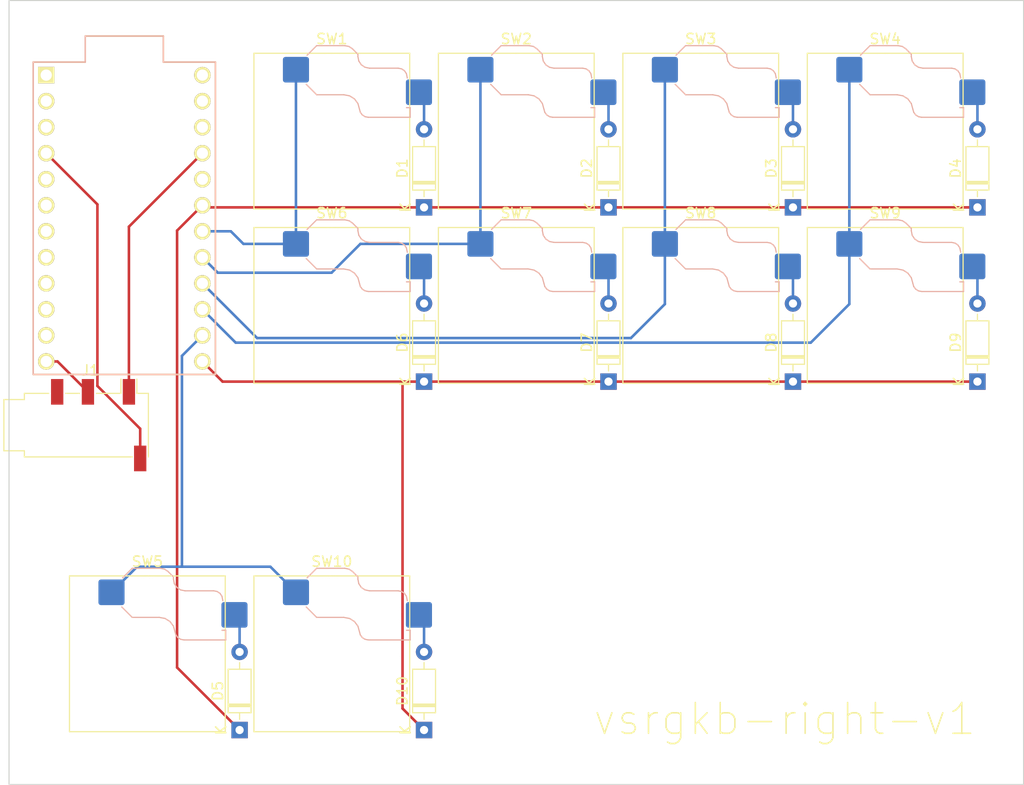
<source format=kicad_pcb>
(kicad_pcb (version 20211014) (generator pcbnew)
  (layers (0 "F.Cu" signal) (31 "B.Cu" signal) (34 "B.Paste" user) (35 "F.Paste" user) (36 "B.SilkS" user "B.Silkscreen") (37 "F.SilkS" user "F.Silkscreen") (38 "B.Mask" user) (39 "F.Mask" user) (44 "Edge.Cuts" user))
  (net 0 "")
  (net 4 "Net-(U1-Pad4)")
  (net 6 "/row1")
  (net 7 "/row2")
  (net 8 "/col1")
  (net 9 "/col2")
  (net 10 "/col3")
  (net 11 "/col4")
  (net 12 "/col5")
  (net 16 "Net-(D10-Pad2)")
  (net 17 "Net-(D9-Pad2)")
  (net 18 "Net-(D8-Pad2)")
  (net 19 "Net-(D7-Pad2)")
  (net 20 "Net-(D6-Pad2)")
  (net 21 "Net-(D3-Pad2)")
  (net 22 "Net-(D2-Pad2)")
  (net 28 "Net-(J1-PadR1)")
  (net 29 "Net-(J1-PadT)")
  (net 31 "Net-(D1-Pad2)")
  (net 32 "Net-(D5-Pad2)")
  (net 33 "Net-(D4-Pad2)")
  (footprint "Diode_THT:D_DO-35_SOD27_P7.62mm_Horizontal" (layer "F.Cu") (at 150.75 79.6875 90)
    (fp_text reference "D9" (at 3.81 -2.12 90) (layer "F.SilkS"))
    (fp_text value "1N4148")
    (fp_text user "K" (at 0 -1.8 90) (layer "F.SilkS"))
    (pad "1" thru_hole rect (at 0 0 90) (size 1.6 1.6) (drill 0.8) (layers *.Cu *.Mask) (net 7 "/row2"))
    (pad "2" thru_hole oval (at 7.62 0 90) (size 1.6 1.6) (drill 0.8) (layers *.Cu *.Mask) (net 17 "Net-(D9-Pad2)"))
  )
  (footprint "Switch_Keyboard_Hotswap_Kailh:SW_Hotswap_Kailh_Choc_V1V2_1.00u" (layer "F.Cu") (at 123.75 72.25)
    (fp_text reference "SW8" (at 0 -9) (layer "F.SilkS"))
    (fp_text value "SW_Push")
    (pad "" np_thru_hole circle locked (at 5 -3.8) (size 3.05 3.05) (drill 3.05) (layers *.Cu *.Mask))
    (pad "" np_thru_hole circle locked (at 5.5 0) (size 1.9 1.9) (drill 1.9) (layers *.Cu *.Mask))
    (pad "" np_thru_hole circle locked (at -5.5 0) (size 1.9 1.9) (drill 1.9) (layers *.Cu *.Mask))
    (pad "" np_thru_hole circle locked (at 0 0) (size 5.05 5.05) (drill 5.05) (layers *.Cu *.Mask))
    (pad "" np_thru_hole circle locked (at -5 5.15) (size 1.6 1.6) (drill 1.6) (layers *.Cu *.Mask))
    (pad "" np_thru_hole circle locked (at 0 -5.9) (size 3.05 3.05) (drill 3.05) (layers *.Cu *.Mask))
    (pad "1" smd roundrect locked (at -3.5 -6) (size 2.55 2.5) (layers "B.Cu" "B.Paste" "B.Mask") (roundrect_rratio 0.1) (net 10 "/col3"))
    (pad "2" smd roundrect locked (at 8.5 -3.8) (size 2.55 2.5) (layers "B.Cu" "B.Paste" "B.Mask") (roundrect_rratio 0.1) (net 18 "Net-(D8-Pad2)"))
  )
  (footprint "Switch_Keyboard_Hotswap_Kailh:SW_Hotswap_Kailh_Choc_V1V2_1.00u" (layer "F.Cu") (at 87.75 106.25)
    (fp_text reference "SW10" (at 0 -9) (layer "F.SilkS"))
    (fp_text value "SW_Push")
    (pad "" np_thru_hole circle locked (at 0 -5.9) (size 3.05 3.05) (drill 3.05) (layers *.Cu *.Mask))
    (pad "" np_thru_hole circle locked (at 5 -3.8) (size 3.05 3.05) (drill 3.05) (layers *.Cu *.Mask))
    (pad "" np_thru_hole circle locked (at -5 5.15) (size 1.6 1.6) (drill 1.6) (layers *.Cu *.Mask))
    (pad "" np_thru_hole circle locked (at -5.5 0) (size 1.9 1.9) (drill 1.9) (layers *.Cu *.Mask))
    (pad "" np_thru_hole circle locked (at 0 0) (size 5.05 5.05) (drill 5.05) (layers *.Cu *.Mask))
    (pad "" np_thru_hole circle locked (at 5.5 0) (size 1.9 1.9) (drill 1.9) (layers *.Cu *.Mask))
    (pad "1" smd roundrect locked (at -3.5 -6) (size 2.55 2.5) (layers "B.Cu" "B.Paste" "B.Mask") (roundrect_rratio 0.1) (net 12 "/col5"))
    (pad "2" smd roundrect locked (at 8.5 -3.8) (size 2.55 2.5) (layers "B.Cu" "B.Paste" "B.Mask") (roundrect_rratio 0.1) (net 16 "Net-(D10-Pad2)"))
  )
  (footprint "Switch_Keyboard_Hotswap_Kailh:SW_Hotswap_Kailh_Choc_V1V2_1.00u" (layer "F.Cu") (at 141.75 55.25)
    (fp_text reference "SW4" (at 0 -9) (layer "F.SilkS"))
    (fp_text value "SW_Push")
    (pad "" np_thru_hole circle locked (at 0 0) (size 5.05 5.05) (drill 5.05) (layers *.Cu *.Mask))
    (pad "" np_thru_hole circle locked (at 5.5 0) (size 1.9 1.9) (drill 1.9) (layers *.Cu *.Mask))
    (pad "" np_thru_hole circle locked (at 5 -3.8) (size 3.05 3.05) (drill 3.05) (layers *.Cu *.Mask))
    (pad "" np_thru_hole circle locked (at 0 -5.9) (size 3.05 3.05) (drill 3.05) (layers *.Cu *.Mask))
    (pad "" np_thru_hole circle locked (at -5 5.15) (size 1.6 1.6) (drill 1.6) (layers *.Cu *.Mask))
    (pad "" np_thru_hole circle locked (at -5.5 0) (size 1.9 1.9) (drill 1.9) (layers *.Cu *.Mask))
    (pad "1" smd roundrect locked (at -3.5 -6) (size 2.55 2.5) (layers "B.Cu" "B.Paste" "B.Mask") (roundrect_rratio 0.1) (net 11 "/col4"))
    (pad "2" smd roundrect locked (at 8.5 -3.8) (size 2.55 2.5) (layers "B.Cu" "B.Paste" "B.Mask") (roundrect_rratio 0.1) (net 33 "Net-(D4-Pad2)"))
  )
  (footprint "Diode_THT:D_DO-35_SOD27_P7.62mm_Horizontal" (layer "F.Cu") (at 96.75 79.6875 90)
    (fp_text reference "D6" (at 3.81 -2.12 90) (layer "F.SilkS"))
    (fp_text value "1N4148")
    (fp_text user "K" (at 0 -1.8 90) (layer "F.SilkS"))
    (pad "1" thru_hole rect (at 0 0 90) (size 1.6 1.6) (drill 0.8) (layers *.Cu *.Mask) (net 7 "/row2"))
    (pad "2" thru_hole oval (at 7.62 0 90) (size 1.6 1.6) (drill 0.8) (layers *.Cu *.Mask) (net 20 "Net-(D6-Pad2)"))
  )
  (footprint "Diode_THT:D_DO-35_SOD27_P7.62mm_Horizontal" (layer "F.Cu") (at 114.75 62.6875 90)
    (fp_text reference "D2" (at 3.81 -2.12 90) (layer "F.SilkS"))
    (fp_text value "1N4148")
    (fp_text user "K" (at 0 -1.8 90) (layer "F.SilkS"))
    (pad "1" thru_hole rect (at 0 0 90) (size 1.6 1.6) (drill 0.8) (layers *.Cu *.Mask) (net 6 "/row1"))
    (pad "2" thru_hole oval (at 7.62 0 90) (size 1.6 1.6) (drill 0.8) (layers *.Cu *.Mask) (net 22 "Net-(D2-Pad2)"))
  )
  (footprint "Diode_THT:D_DO-35_SOD27_P7.62mm_Horizontal" (layer "F.Cu") (at 96.75 113.6875 90)
    (fp_text reference "D10" (at 3.81 -2.12 90) (layer "F.SilkS"))
    (fp_text value "1N4148")
    (fp_text user "K" (at 0 -1.8 90) (layer "F.SilkS"))
    (pad "1" thru_hole rect (at 0 0 90) (size 1.6 1.6) (drill 0.8) (layers *.Cu *.Mask) (net 7 "/row2"))
    (pad "2" thru_hole oval (at 7.62 0 90) (size 1.6 1.6) (drill 0.8) (layers *.Cu *.Mask) (net 16 "Net-(D10-Pad2)"))
  )
  (footprint "Switch_Keyboard_Hotswap_Kailh:SW_Hotswap_Kailh_Choc_V1V2_1.00u" (layer "F.Cu") (at 123.75 55.25)
    (fp_text reference "SW3" (at 0 -9) (layer "F.SilkS"))
    (fp_text value "SW_Push")
    (pad "" np_thru_hole circle locked (at -5.5 0) (size 1.9 1.9) (drill 1.9) (layers *.Cu *.Mask))
    (pad "" np_thru_hole circle locked (at 0 -5.9) (size 3.05 3.05) (drill 3.05) (layers *.Cu *.Mask))
    (pad "" np_thru_hole circle locked (at 0 0) (size 5.05 5.05) (drill 5.05) (layers *.Cu *.Mask))
    (pad "" np_thru_hole circle locked (at 5 -3.8) (size 3.05 3.05) (drill 3.05) (layers *.Cu *.Mask))
    (pad "" np_thru_hole circle locked (at 5.5 0) (size 1.9 1.9) (drill 1.9) (layers *.Cu *.Mask))
    (pad "" np_thru_hole circle locked (at -5 5.15) (size 1.6 1.6) (drill 1.6) (layers *.Cu *.Mask))
    (pad "1" smd roundrect locked (at -3.5 -6) (size 2.55 2.5) (layers "B.Cu" "B.Paste" "B.Mask") (roundrect_rratio 0.1) (net 10 "/col3"))
    (pad "2" smd roundrect locked (at 8.5 -3.8) (size 2.55 2.5) (layers "B.Cu" "B.Paste" "B.Mask") (roundrect_rratio 0.1) (net 21 "Net-(D3-Pad2)"))
  )
  (footprint "Switch_Keyboard_Hotswap_Kailh:SW_Hotswap_Kailh_Choc_V1V2_1.00u" (layer "F.Cu") (at 69.75 106.25)
    (fp_text reference "SW5" (at 0 -9) (layer "F.SilkS"))
    (fp_text value "SW_Push")
    (pad "" np_thru_hole circle locked (at 0 -5.9) (size 3.05 3.05) (drill 3.05) (layers *.Cu *.Mask))
    (pad "" np_thru_hole circle locked (at -5.5 0) (size 1.9 1.9) (drill 1.9) (layers *.Cu *.Mask))
    (pad "" np_thru_hole circle locked (at 5.5 0) (size 1.9 1.9) (drill 1.9) (layers *.Cu *.Mask))
    (pad "" np_thru_hole circle locked (at 0 0) (size 5.05 5.05) (drill 5.05) (layers *.Cu *.Mask))
    (pad "" np_thru_hole circle locked (at 5 -3.8) (size 3.05 3.05) (drill 3.05) (layers *.Cu *.Mask))
    (pad "" np_thru_hole circle locked (at -5 5.15) (size 1.6 1.6) (drill 1.6) (layers *.Cu *.Mask))
    (pad "1" smd roundrect locked (at -3.5 -6) (size 2.55 2.5) (layers "B.Cu" "B.Paste" "B.Mask") (roundrect_rratio 0.1) (net 12 "/col5"))
    (pad "2" smd roundrect locked (at 8.5 -3.8) (size 2.55 2.5) (layers "B.Cu" "B.Paste" "B.Mask") (roundrect_rratio 0.1) (net 32 "Net-(D5-Pad2)"))
  )
  (footprint "Diode_THT:D_DO-35_SOD27_P7.62mm_Horizontal" (layer "F.Cu") (at 114.75 79.6875 90)
    (fp_text reference "D7" (at 3.81 -2.12 90) (layer "F.SilkS"))
    (fp_text value "1N4148")
    (fp_text user "K" (at 0 -1.8 90) (layer "F.SilkS"))
    (pad "1" thru_hole rect (at 0 0 90) (size 1.6 1.6) (drill 0.8) (layers *.Cu *.Mask) (net 7 "/row2"))
    (pad "2" thru_hole oval (at 7.62 0 90) (size 1.6 1.6) (drill 0.8) (layers *.Cu *.Mask) (net 19 "Net-(D7-Pad2)"))
  )
  (footprint "promicro:ProMicro" (layer "F.Cu") (at 67.5 63.75 -90)
    (fp_text reference "U1" hide)
    (fp_text value "ProMicro")
    (pad "1" thru_hole rect locked (at -13.97 7.62 270) (size 1.6 1.6) (drill 1.1) (layers *.Cu *.Mask "F.SilkS"))
    (pad "2" thru_hole circle locked (at -11.43 7.62 270) (size 1.6 1.6) (drill 1.1) (layers *.Cu *.Mask "F.SilkS"))
    (pad "3" thru_hole circle locked (at -8.89 7.62 270) (size 1.6 1.6) (drill 1.1) (layers *.Cu *.Mask "F.SilkS"))
    (pad "4" thru_hole circle locked (at -6.35 7.62 270) (size 1.6 1.6) (drill 1.1) (layers *.Cu *.Mask "F.SilkS") (net 4 "Net-(U1-Pad4)"))
    (pad "5" thru_hole circle locked (at -3.81 7.62 270) (size 1.6 1.6) (drill 1.1) (layers *.Cu *.Mask "F.SilkS"))
    (pad "6" thru_hole circle locked (at -1.27 7.62 270) (size 1.6 1.6) (drill 1.1) (layers *.Cu *.Mask "F.SilkS"))
    (pad "7" thru_hole circle locked (at 1.27 7.62 270) (size 1.6 1.6) (drill 1.1) (layers *.Cu *.Mask "F.SilkS"))
    (pad "8" thru_hole circle locked (at 3.81 7.62 270) (size 1.6 1.6) (drill 1.1) (layers *.Cu *.Mask "F.SilkS"))
    (pad "9" thru_hole circle locked (at 6.35 7.62 270) (size 1.6 1.6) (drill 1.1) (layers *.Cu *.Mask "F.SilkS"))
    (pad "10" thru_hole circle locked (at 8.89 7.62 270) (size 1.6 1.6) (drill 1.1) (layers *.Cu *.Mask "F.SilkS"))
    (pad "11" thru_hole circle locked (at 11.43 7.62 270) (size 1.6 1.6) (drill 1.1) (layers *.Cu *.Mask "F.SilkS"))
    (pad "12" thru_hole circle locked (at 13.97 7.62 270) (size 1.6 1.6) (drill 1.1) (layers *.Cu *.Mask "F.SilkS") (net 28 "Net-(J1-PadR1)"))
    (pad "13" thru_hole circle locked (at 13.97 -7.62 270) (size 1.6 1.6) (drill 1.1) (layers *.Cu *.Mask "F.SilkS") (net 7 "/row2"))
    (pad "14" thru_hole circle locked (at 11.43 -7.62 270) (size 1.6 1.6) (drill 1.1) (layers *.Cu *.Mask "F.SilkS") (net 12 "/col5"))
    (pad "15" thru_hole circle locked (at 8.89 -7.62 270) (size 1.6 1.6) (drill 1.1) (layers *.Cu *.Mask "F.SilkS") (net 11 "/col4"))
    (pad "16" thru_hole circle locked (at 6.35 -7.62 270) (size 1.6 1.6) (drill 1.1) (layers *.Cu *.Mask "F.SilkS") (net 10 "/col3"))
    (pad "17" thru_hole circle locked (at 3.81 -7.62 270) (size 1.6 1.6) (drill 1.1) (layers *.Cu *.Mask "F.SilkS") (net 9 "/col2"))
    (pad "18" thru_hole circle locked (at 1.27 -7.62 270) (size 1.6 1.6) (drill 1.1) (layers *.Cu *.Mask "F.SilkS") (net 8 "/col1"))
    (pad "19" thru_hole circle locked (at -1.27 -7.62 270) (size 1.6 1.6) (drill 1.1) (layers *.Cu *.Mask "F.SilkS") (net 6 "/row1"))
    (pad "20" thru_hole circle locked (at -3.81 -7.62 270) (size 1.6 1.6) (drill 1.1) (layers *.Cu *.Mask "F.SilkS"))
    (pad "21" thru_hole circle locked (at -6.35 -7.62 270) (size 1.6 1.6) (drill 1.1) (layers *.Cu *.Mask "F.SilkS") (net 29 "Net-(J1-PadT)"))
    (pad "22" thru_hole circle locked (at -8.89 -7.62 270) (size 1.6 1.6) (drill 1.1) (layers *.Cu *.Mask "F.SilkS"))
    (pad "23" thru_hole circle locked (at -11.43 -7.62 270) (size 1.6 1.6) (drill 1.1) (layers *.Cu *.Mask "F.SilkS"))
    (pad "24" thru_hole circle locked (at -13.97 -7.62 270) (size 1.6 1.6) (drill 1.1) (layers *.Cu *.Mask "F.SilkS"))
  )
  (footprint "Switch_Keyboard_Hotswap_Kailh:SW_Hotswap_Kailh_Choc_V1V2_1.00u" (layer "F.Cu") (at 87.75 55.25)
    (fp_text reference "SW1" (at 0 -9) (layer "F.SilkS"))
    (fp_text value "SW_Push")
    (pad "" np_thru_hole circle locked (at 5 -3.8) (size 3.05 3.05) (drill 3.05) (layers *.Cu *.Mask))
    (pad "" np_thru_hole circle locked (at 5.5 0) (size 1.9 1.9) (drill 1.9) (layers *.Cu *.Mask))
    (pad "" np_thru_hole circle locked (at 0 0) (size 5.05 5.05) (drill 5.05) (layers *.Cu *.Mask))
    (pad "" np_thru_hole circle locked (at 0 -5.9) (size 3.05 3.05) (drill 3.05) (layers *.Cu *.Mask))
    (pad "" np_thru_hole circle locked (at -5 5.15) (size 1.6 1.6) (drill 1.6) (layers *.Cu *.Mask))
    (pad "" np_thru_hole circle locked (at -5.5 0) (size 1.9 1.9) (drill 1.9) (layers *.Cu *.Mask))
    (pad "1" smd roundrect locked (at -3.5 -6) (size 2.55 2.5) (layers "B.Cu" "B.Paste" "B.Mask") (roundrect_rratio 0.1) (net 8 "/col1"))
    (pad "2" smd roundrect locked (at 8.5 -3.8) (size 2.55 2.5) (layers "B.Cu" "B.Paste" "B.Mask") (roundrect_rratio 0.1) (net 31 "Net-(D1-Pad2)"))
  )
  (footprint "Switch_Keyboard_Hotswap_Kailh:SW_Hotswap_Kailh_Choc_V1V2_1.00u" (layer "F.Cu") (at 105.75 72.25)
    (fp_text reference "SW7" (at 0 -9) (layer "F.SilkS"))
    (fp_text value "SW_Push")
    (pad "" np_thru_hole circle locked (at 5 -3.8) (size 3.05 3.05) (drill 3.05) (layers *.Cu *.Mask))
    (pad "" np_thru_hole circle locked (at 0 0) (size 5.05 5.05) (drill 5.05) (layers *.Cu *.Mask))
    (pad "" np_thru_hole circle locked (at -5.5 0) (size 1.9 1.9) (drill 1.9) (layers *.Cu *.Mask))
    (pad "" np_thru_hole circle locked (at -5 5.15) (size 1.6 1.6) (drill 1.6) (layers *.Cu *.Mask))
    (pad "" np_thru_hole circle locked (at 0 -5.9) (size 3.05 3.05) (drill 3.05) (layers *.Cu *.Mask))
    (pad "" np_thru_hole circle locked (at 5.5 0) (size 1.9 1.9) (drill 1.9) (layers *.Cu *.Mask))
    (pad "1" smd roundrect locked (at -3.5 -6) (size 2.55 2.5) (layers "B.Cu" "B.Paste" "B.Mask") (roundrect_rratio 0.1) (net 9 "/col2"))
    (pad "2" smd roundrect locked (at 8.5 -3.8) (size 2.55 2.5) (layers "B.Cu" "B.Paste" "B.Mask") (roundrect_rratio 0.1) (net 19 "Net-(D7-Pad2)"))
  )
  (footprint "Diode_THT:D_DO-35_SOD27_P7.62mm_Horizontal" (layer "F.Cu") (at 150.75 62.6875 90)
    (fp_text reference "D4" (at 3.81 -2.12 90) (layer "F.SilkS"))
    (fp_text value "1N4148")
    (fp_text user "K" (at 0 -1.8 90) (layer "F.SilkS"))
    (pad "1" thru_hole rect (at 0 0 90) (size 1.6 1.6) (drill 0.8) (layers *.Cu *.Mask) (net 6 "/row1"))
    (pad "2" thru_hole oval (at 7.62 0 90) (size 1.6 1.6) (drill 0.8) (layers *.Cu *.Mask) (net 33 "Net-(D4-Pad2)"))
  )
  (footprint "Switch_Keyboard_Hotswap_Kailh:SW_Hotswap_Kailh_Choc_V1V2_1.00u" (layer "F.Cu") (at 105.75 55.25)
    (fp_text reference "SW2" (at 0 -9) (layer "F.SilkS"))
    (fp_text value "SW_Push")
    (pad "" np_thru_hole circle locked (at 5.5 0) (size 1.9 1.9) (drill 1.9) (layers *.Cu *.Mask))
    (pad "" np_thru_hole circle locked (at -5.5 0) (size 1.9 1.9) (drill 1.9) (layers *.Cu *.Mask))
    (pad "" np_thru_hole circle locked (at 0 0) (size 5.05 5.05) (drill 5.05) (layers *.Cu *.Mask))
    (pad "" np_thru_hole circle locked (at -5 5.15) (size 1.6 1.6) (drill 1.6) (layers *.Cu *.Mask))
    (pad "" np_thru_hole circle locked (at 0 -5.9) (size 3.05 3.05) (drill 3.05) (layers *.Cu *.Mask))
    (pad "" np_thru_hole circle locked (at 5 -3.8) (size 3.05 3.05) (drill 3.05) (layers *.Cu *.Mask))
    (pad "1" smd roundrect locked (at -3.5 -6) (size 2.55 2.5) (layers "B.Cu" "B.Paste" "B.Mask") (roundrect_rratio 0.1) (net 9 "/col2"))
    (pad "2" smd roundrect locked (at 8.5 -3.8) (size 2.55 2.5) (layers "B.Cu" "B.Paste" "B.Mask") (roundrect_rratio 0.1) (net 22 "Net-(D2-Pad2)"))
  )
  (footprint "Connector_Audio:Jack_3.5mm_PJ320D_Horizontal" (layer "F.Cu") (at 64.125 83.9375)
    (fp_text reference "J1" (at 0.05 -5.35) (layer "F.SilkS"))
    (fp_text value "AudioJack4")
    (pad "" np_thru_hole circle (at 2.225 0) (size 1.5 1.5) (drill 1.5) (layers *.Cu *.Mask))
    (pad "" np_thru_hole circle (at -4.775 0) (size 1.5 1.5) (drill 1.5) (layers *.Cu *.Mask))
    (pad "R1" smd rect (at -0.175 -3.25) (size 1.2 2.5) (layers "F.Cu" "F.Paste" "F.Mask") (net 28 "Net-(J1-PadR1)"))
    (pad "R2" smd rect (at -3.175 -3.25) (size 1.2 2.5) (layers "F.Cu" "F.Paste" "F.Mask"))
    (pad "S" smd rect (at 4.925 3.25) (size 1.2 2.5) (layers "F.Cu" "F.Paste" "F.Mask") (net 4 "Net-(U1-Pad4)"))
    (pad "T" smd rect (at 3.825 -3.25) (size 1.2 2.5) (layers "F.Cu" "F.Paste" "F.Mask") (net 29 "Net-(J1-PadT)"))
  )
  (footprint "Diode_THT:D_DO-35_SOD27_P7.62mm_Horizontal" (layer "F.Cu") (at 132.75 62.6875 90)
    (fp_text reference "D3" (at 3.81 -2.12 90) (layer "F.SilkS"))
    (fp_text value "1N4148")
    (fp_text user "K" (at 0 -1.8 90) (layer "F.SilkS"))
    (pad "1" thru_hole rect (at 0 0 90) (size 1.6 1.6) (drill 0.8) (layers *.Cu *.Mask) (net 6 "/row1"))
    (pad "2" thru_hole oval (at 7.62 0 90) (size 1.6 1.6) (drill 0.8) (layers *.Cu *.Mask) (net 21 "Net-(D3-Pad2)"))
  )
  (footprint "Diode_THT:D_DO-35_SOD27_P7.62mm_Horizontal" (layer "F.Cu") (at 132.75 79.6875 90)
    (fp_text reference "D8" (at 3.81 -2.12 90) (layer "F.SilkS"))
    (fp_text value "1N4148")
    (fp_text user "K" (at 0 -1.8 90) (layer "F.SilkS"))
    (pad "1" thru_hole rect (at 0 0 90) (size 1.6 1.6) (drill 0.8) (layers *.Cu *.Mask) (net 7 "/row2"))
    (pad "2" thru_hole oval (at 7.62 0 90) (size 1.6 1.6) (drill 0.8) (layers *.Cu *.Mask) (net 18 "Net-(D8-Pad2)"))
  )
  (footprint "Diode_THT:D_DO-35_SOD27_P7.62mm_Horizontal" (layer "F.Cu") (at 96.75 62.6875 90)
    (fp_text reference "D1" (at 3.81 -2.12 90) (layer "F.SilkS"))
    (fp_text value "1N4148")
    (fp_text user "K" (at 0 -1.8 90) (layer "F.SilkS"))
    (pad "1" thru_hole rect (at 0 0 90) (size 1.6 1.6) (drill 0.8) (layers *.Cu *.Mask) (net 6 "/row1"))
    (pad "2" thru_hole oval (at 7.62 0 90) (size 1.6 1.6) (drill 0.8) (layers *.Cu *.Mask) (net 31 "Net-(D1-Pad2)"))
  )
  (footprint "Switch_Keyboard_Hotswap_Kailh:SW_Hotswap_Kailh_Choc_V1V2_1.00u" (layer "F.Cu") (at 87.75 72.25)
    (fp_text reference "SW6" (at 0 -9) (layer "F.SilkS"))
    (fp_text value "SW_Push")
    (pad "" np_thru_hole circle locked (at -5.5 0) (size 1.9 1.9) (drill 1.9) (layers *.Cu *.Mask))
    (pad "" np_thru_hole circle locked (at -5 5.15) (size 1.6 1.6) (drill 1.6) (layers *.Cu *.Mask))
    (pad "" np_thru_hole circle locked (at 0 0) (size 5.05 5.05) (drill 5.05) (layers *.Cu *.Mask))
    (pad "" np_thru_hole circle locked (at 5.5 0) (size 1.9 1.9) (drill 1.9) (layers *.Cu *.Mask))
    (pad "" np_thru_hole circle locked (at 5 -3.8) (size 3.05 3.05) (drill 3.05) (layers *.Cu *.Mask))
    (pad "" np_thru_hole circle locked (at 0 -5.9) (size 3.05 3.05) (drill 3.05) (layers *.Cu *.Mask))
    (pad "1" smd roundrect locked (at -3.5 -6) (size 2.55 2.5) (layers "B.Cu" "B.Paste" "B.Mask") (roundrect_rratio 0.1) (net 8 "/col1"))
    (pad "2" smd roundrect locked (at 8.5 -3.8) (size 2.55 2.5) (layers "B.Cu" "B.Paste" "B.Mask") (roundrect_rratio 0.1) (net 20 "Net-(D6-Pad2)"))
  )
  (footprint "Diode_THT:D_DO-35_SOD27_P7.62mm_Horizontal" (layer "F.Cu") (at 78.75 113.6875 90)
    (fp_text reference "D5" (at 3.81 -2.12 90) (layer "F.SilkS"))
    (fp_text value "1N4148")
    (fp_text user "K" (at 0 -1.8 90) (layer "F.SilkS"))
    (pad "1" thru_hole rect (at 0 0 90) (size 1.6 1.6) (drill 0.8) (layers *.Cu *.Mask) (net 6 "/row1"))
    (pad "2" thru_hole oval (at 7.62 0 90) (size 1.6 1.6) (drill 0.8) (layers *.Cu *.Mask) (net 32 "Net-(D5-Pad2)"))
  )
  (footprint "Switch_Keyboard_Hotswap_Kailh:SW_Hotswap_Kailh_Choc_V1V2_1.00u" (layer "F.Cu") (at 141.75 72.25)
    (fp_text reference "SW9" (at 0 -9) (layer "F.SilkS"))
    (fp_text value "SW_Push")
    (pad "" np_thru_hole circle locked (at -5.5 0) (size 1.9 1.9) (drill 1.9) (layers *.Cu *.Mask))
    (pad "" np_thru_hole circle locked (at 5 -3.8) (size 3.05 3.05) (drill 3.05) (layers *.Cu *.Mask))
    (pad "" np_thru_hole circle locked (at 5.5 0) (size 1.9 1.9) (drill 1.9) (layers *.Cu *.Mask))
    (pad "" np_thru_hole circle locked (at 0 -5.9) (size 3.05 3.05) (drill 3.05) (layers *.Cu *.Mask))
    (pad "" np_thru_hole circle locked (at -5 5.15) (size 1.6 1.6) (drill 1.6) (layers *.Cu *.Mask))
    (pad "" np_thru_hole circle locked (at 0 0) (size 5.05 5.05) (drill 5.05) (layers *.Cu *.Mask))
    (pad "1" smd roundrect locked (at -3.5 -6) (size 2.55 2.5) (layers "B.Cu" "B.Paste" "B.Mask") (roundrect_rratio 0.1) (net 11 "/col4"))
    (pad "2" smd roundrect locked (at 8.5 -3.8) (size 2.55 2.5) (layers "B.Cu" "B.Paste" "B.Mask") (roundrect_rratio 0.1) (net 17 "Net-(D9-Pad2)"))
  )
  (gr_rect (start 56.25 42.5) (end 155.25 119) (layer "Edge.Cuts") (width 0.1) (fill none))
  (gr_text "vsrgkb-right-v1" (at 150.75 112.625) (layer "F.SilkS") (effects (font (size 3 3)) (justify right)))
  (segment (start 64.875 62.395) (end 59.88 57.4) (width 0.25) (layer "F.Cu") (net 4))
  (segment (start 69.05 87.1875) (end 69.05 84.2875) (width 0.25) (layer "F.Cu") (net 4))
  (segment (start 64.875 80.1125) (end 64.875 62.395) (width 0.25) (layer "F.Cu") (net 4))
  (segment (start 69.05 84.2875) (end 64.875 80.1125) (width 0.25) (layer "F.Cu") (net 4))
  (segment (start 72.650001 107.587501) (end 72.650001 64.949999) (width 0.25) (layer "F.Cu") (net 6))
  (segment (start 150.75 62.6875) (end 75.3275 62.6875) (width 0.25) (layer "F.Cu") (net 6))
  (segment (start 72.650001 64.949999) (end 75.12 62.48) (width 0.25) (layer "F.Cu") (net 6))
  (segment (start 75.3275 62.6875) (end 75.12 62.48) (width 0.25) (layer "F.Cu") (net 6))
  (segment (start 78.75 113.6875) (end 72.650001 107.587501) (width 0.25) (layer "F.Cu") (net 6))
  (segment (start 96.75 113.6875) (end 94.650001 111.587501) (width 0.25) (layer "F.Cu") (net 7))
  (segment (start 94.650001 111.587501) (end 94.650001 79.6875) (width 0.25) (layer "F.Cu") (net 7))
  (segment (start 150.75 79.6875) (end 77.0875 79.6875) (width 0.25) (layer "F.Cu") (net 7))
  (segment (start 77.0875 79.6875) (end 75.12 77.72) (width 0.25) (layer "F.Cu") (net 7))
  (segment (start 84.25 66.25) (end 79.125 66.25) (width 0.25) (layer "B.Cu") (net 8))
  (segment (start 79.125 66.25) (end 77.895 65.02) (width 0.25) (layer "B.Cu") (net 8))
  (segment (start 84.25 49.25) (end 84.25 66.25) (width 0.25) (layer "B.Cu") (net 8))
  (segment (start 77.895 65.02) (end 75.12 65.02) (width 0.25) (layer "B.Cu") (net 8))
  (segment (start 76.6225 69.0625) (end 75.12 67.56) (width 0.25) (layer "B.Cu") (net 9))
  (segment (start 87.724508 69.0625) (end 76.6225 69.0625) (width 0.25) (layer "B.Cu") (net 9))
  (segment (start 102.25 66.25) (end 90.537008 66.25) (width 0.25) (layer "B.Cu") (net 9))
  (segment (start 102.25 49.25) (end 102.25 66.25) (width 0.25) (layer "B.Cu") (net 9))
  (segment (start 90.537008 66.25) (end 87.724508 69.0625) (width 0.25) (layer "B.Cu") (net 9))
  (segment (start 120.25 66.25) (end 120.25 72.123835) (width 0.25) (layer "B.Cu") (net 10))
  (segment (start 120.25 72.123835) (end 116.936335 75.4375) (width 0.25) (layer "B.Cu") (net 10))
  (segment (start 116.936335 75.4375) (end 80.4575 75.4375) (width 0.25) (layer "B.Cu") (net 10))
  (segment (start 80.4575 75.4375) (end 75.12 70.1) (width 0.25) (layer "B.Cu") (net 10))
  (segment (start 120.25 49.25) (end 120.25 66.25) (width 0.25) (layer "B.Cu") (net 10))
  (segment (start 138.25 49.25) (end 138.25 66.25) (width 0.25) (layer "B.Cu") (net 11))
  (segment (start 134.486335 75.8875) (end 78.3675 75.8875) (width 0.25) (layer "B.Cu") (net 11))
  (segment (start 138.25 72.123835) (end 134.486335 75.8875) (width 0.25) (layer "B.Cu") (net 11))
  (segment (start 138.25 66.25) (end 138.25 72.123835) (width 0.25) (layer "B.Cu") (net 11))
  (segment (start 78.3675 75.8875) (end 75.12 72.64) (width 0.25) (layer "B.Cu") (net 11))
  (segment (start 66.25 100.25) (end 68.75 97.75) (width 0.25) (layer "B.Cu") (net 12))
  (segment (start 73.125 97.75) (end 81.75 97.75) (width 0.25) (layer "B.Cu") (net 12))
  (segment (start 73.125 77.175) (end 73.125 97.75) (width 0.25) (layer "B.Cu") (net 12))
  (segment (start 81.75 97.75) (end 84.25 100.25) (width 0.25) (layer "B.Cu") (net 12))
  (segment (start 75.12 75.18) (end 73.125 77.175) (width 0.25) (layer "B.Cu") (net 12))
  (segment (start 68.75 97.75) (end 73.125 97.75) (width 0.25) (layer "B.Cu") (net 12))
  (segment (start 96.25 102.45) (end 96.75 102.95) (width 0.25) (layer "B.Cu") (net 16))
  (segment (start 96.75 102.95) (end 96.75 106.0675) (width 0.25) (layer "B.Cu") (net 16))
  (segment (start 150.75 68.95) (end 150.75 72.0675) (width 0.25) (layer "B.Cu") (net 17))
  (segment (start 150.25 68.45) (end 150.75 68.95) (width 0.25) (layer "B.Cu") (net 17))
  (segment (start 132.75 68.95) (end 132.75 72.0675) (width 0.25) (layer "B.Cu") (net 18))
  (segment (start 132.25 68.45) (end 132.75 68.95) (width 0.25) (layer "B.Cu") (net 18))
  (segment (start 114.75 68.95) (end 114.75 72.0675) (width 0.25) (layer "B.Cu") (net 19))
  (segment (start 114.25 68.45) (end 114.75 68.95) (width 0.25) (layer "B.Cu") (net 19))
  (segment (start 96.75 68.95) (end 96.75 72.0675) (width 0.25) (layer "B.Cu") (net 20))
  (segment (start 96.25 68.45) (end 96.75 68.95) (width 0.25) (layer "B.Cu") (net 20))
  (segment (start 132.75 51.95) (end 132.75 55.0675) (width 0.25) (layer "B.Cu") (net 21))
  (segment (start 132.25 51.45) (end 132.75 51.95) (width 0.25) (layer "B.Cu") (net 21))
  (segment (start 114.75 51.95) (end 114.75 55.0675) (width 0.25) (layer "B.Cu") (net 22))
  (segment (start 114.25 51.45) (end 114.75 51.95) (width 0.25) (layer "B.Cu") (net 22))
  (segment (start 63.95 80.6875) (end 60.9825 77.72) (width 0.25) (layer "F.Cu") (net 28))
  (segment (start 60.9825 77.72) (end 59.88 77.72) (width 0.25) (layer "F.Cu") (net 28))
  (segment (start 67.95 80.6875) (end 67.95 64.57) (width 0.25) (layer "F.Cu") (net 29))
  (segment (start 67.95 64.57) (end 75.12 57.4) (width 0.25) (layer "F.Cu") (net 29))
  (segment (start 96.75 51.95) (end 96.75 55.0675) (width 0.25) (layer "B.Cu") (net 31))
  (segment (start 96.25 51.45) (end 96.75 51.95) (width 0.25) (layer "B.Cu") (net 31))
  (segment (start 78.25 102.45) (end 78.75 102.95) (width 0.25) (layer "B.Cu") (net 32))
  (segment (start 78.75 102.95) (end 78.75 106.0675) (width 0.25) (layer "B.Cu") (net 32))
  (segment (start 150.75 51.95) (end 150.75 55.0675) (width 0.25) (layer "B.Cu") (net 33))
  (segment (start 150.25 51.45) (end 150.75 51.95) (width 0.25) (layer "B.Cu") (net 33))
)
</source>
